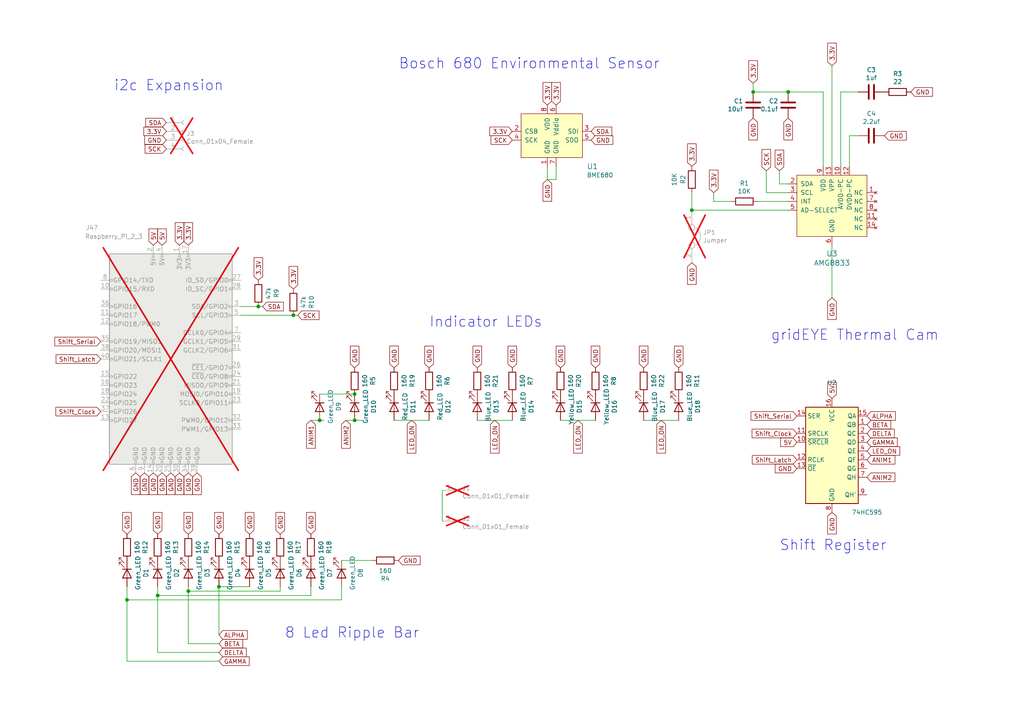
<source format=kicad_sch>
(kicad_sch (version 20231120) (generator "eeschema") (generator_version "8.0")
  (paper "A4")
  (title_block (title "TR-109 Picorder - Sensor Board PCB") (date "2021-06-25") (rev "3") (company "Skurf Research and Development"))
  (lib_symbols
    (symbol "74xx:74HC595"
      (property "Reference" "U" (at -7.62 13.97 0))
      (property "Value" "74HC595" (at -7.62 -16.51 0))
      (symbol "74HC595_1_0"
        (pin tri_state line (at 10.16 7.62 180) (length 2.54) (name "QB") (number "1"))
        (pin input line (at -10.16 2.54 0) (length 2.54) (name "~{SRCLR}") (number "10"))
        (pin input line (at -10.16 5.08 0) (length 2.54) (name "SRCLK") (number "11"))
        (pin input line (at -10.16 -2.54 0) (length 2.54) (name "RCLK") (number "12"))
        (pin input line (at -10.16 -5.08 0) (length 2.54) (name "~{OE}") (number "13"))
        (pin input line (at -10.16 10.16 0) (length 2.54) (name "SER") (number "14"))
        (pin tri_state line (at 10.16 10.16 180) (length 2.54) (name "QA") (number "15"))
        (pin power_in line (at 0 15.24 270) (length 2.54) (name "VCC") (number "16"))
        (pin tri_state line (at 10.16 5.08 180) (length 2.54) (name "QC") (number "2"))
        (pin tri_state line (at 10.16 2.54 180) (length 2.54) (name "QD") (number "3"))
        (pin tri_state line (at 10.16 0 180) (length 2.54) (name "QE") (number "4"))
        (pin tri_state line (at 10.16 -2.54 180) (length 2.54) (name "QF") (number "5"))
        (pin tri_state line (at 10.16 -5.08 180) (length 2.54) (name "QG") (number "6"))
        (pin tri_state line (at 10.16 -7.62 180) (length 2.54) (name "QH") (number "7"))
        (pin power_in line (at 0 -17.78 90) (length 2.54) (name "GND") (number "8"))
        (pin output line (at 10.16 -12.7 180) (length 2.54) (name "QH'") (number "9"))
      )
      (symbol "74HC595_1_1"
        (rectangle (start -7.62 12.7) (end 7.62 -15.24) (stroke (width 0.254)) (fill (type background)))
      )
    )
    (symbol "Connector:Raspberry_Pi_2_3" (pin_names (offset 1.016))
      (property "Reference" "J" (at -17.78 31.75 0))
      (property "Value" "Raspberry_Pi_2_3" (at 10.16 -31.75 0))
      (symbol "Raspberry_Pi_2_3_0_1"
        (rectangle (start -17.78 30.48) (end 17.78 -30.48) (stroke (width 0.254)) (fill (type background)))
      )
      (symbol "Raspberry_Pi_2_3_1_1"
        (rectangle (start -16.891 -17.526) (end -17.78 -18.034))
        (rectangle (start -16.891 -14.986) (end -17.78 -15.494))
        (rectangle (start -16.891 -12.446) (end -17.78 -12.954))
        (rectangle (start -16.891 -9.906) (end -17.78 -10.414))
        (rectangle (start -16.891 -7.366) (end -17.78 -7.874))
        (rectangle (start -16.891 -4.826) (end -17.78 -5.334))
        (rectangle (start -16.891 0.254) (end -17.78 -0.254))
        (rectangle (start -16.891 2.794) (end -17.78 2.286))
        (rectangle (start -16.891 5.334) (end -17.78 4.826))
        (rectangle (start -16.891 10.414) (end -17.78 9.906))
        (rectangle (start -16.891 12.954) (end -17.78 12.446))
        (rectangle (start -16.891 15.494) (end -17.78 14.986))
        (rectangle (start -16.891 20.574) (end -17.78 20.066))
        (rectangle (start -16.891 23.114) (end -17.78 22.606))
        (rectangle (start -10.414 -29.591) (end -9.906 -30.48))
        (rectangle (start -7.874 -29.591) (end -7.366 -30.48))
        (rectangle (start -5.334 -29.591) (end -4.826 -30.48))
        (rectangle (start -5.334 30.48) (end -4.826 29.591))
        (rectangle (start -2.794 -29.591) (end -2.286 -30.48))
        (rectangle (start -2.794 30.48) (end -2.286 29.591))
        (rectangle (start -0.254 -29.591) (end 0.254 -30.48))
        (rectangle (start 2.286 -29.591) (end 2.794 -30.48))
        (rectangle (start 2.286 30.48) (end 2.794 29.591))
        (rectangle (start 4.826 -29.591) (end 5.334 -30.48))
        (rectangle (start 4.826 30.48) (end 5.334 29.591))
        (rectangle (start 7.366 -29.591) (end 7.874 -30.48))
        (rectangle (start 17.78 -20.066) (end 16.891 -20.574))
        (rectangle (start 17.78 -17.526) (end 16.891 -18.034))
        (rectangle (start 17.78 -12.446) (end 16.891 -12.954))
        (rectangle (start 17.78 -9.906) (end 16.891 -10.414))
        (rectangle (start 17.78 -7.366) (end 16.891 -7.874))
        (rectangle (start 17.78 -4.826) (end 16.891 -5.334))
        (rectangle (start 17.78 -2.286) (end 16.891 -2.794))
        (rectangle (start 17.78 2.794) (end 16.891 2.286))
        (rectangle (start 17.78 5.334) (end 16.891 4.826))
        (rectangle (start 17.78 7.874) (end 16.891 7.366))
        (rectangle (start 17.78 12.954) (end 16.891 12.446))
        (rectangle (start 17.78 15.494) (end 16.891 14.986))
        (rectangle (start 17.78 20.574) (end 16.891 20.066))
        (rectangle (start 17.78 23.114) (end 16.891 22.606))
        (pin power_in line (at 2.54 33.02 270) (length 2.54) (name "3V3") (number "1"))
        (pin bidirectional line (at -20.32 20.32 0) (length 2.54) (name "GPIO15/RXD") (number "10"))
        (pin bidirectional line (at -20.32 12.7 0) (length 2.54) (name "GPIO17") (number "11"))
        (pin bidirectional line (at -20.32 10.16 0) (length 2.54) (name "GPIO18/PWM0") (number "12"))
        (pin bidirectional line (at -20.32 -17.78 0) (length 2.54) (name "GPIO27") (number "13"))
        (pin power_in line (at -5.08 -33.02 90) (length 2.54) (name "GND") (number "14"))
        (pin bidirectional line (at -20.32 -5.08 0) (length 2.54) (name "GPIO22") (number "15"))
        (pin bidirectional line (at -20.32 -7.62 0) (length 2.54) (name "GPIO23") (number "16"))
        (pin power_in line (at 5.08 33.02 270) (length 2.54) (name "3V3") (number "17"))
        (pin bidirectional line (at -20.32 -10.16 0) (length 2.54) (name "GPIO24") (number "18"))
        (pin bidirectional line (at 20.32 -10.16 180) (length 2.54) (name "MOSI0/GPIO10") (number "19"))
        (pin power_in line (at -5.08 33.02 270) (length 2.54) (name "5V") (number "2"))
        (pin power_in line (at -2.54 -33.02 90) (length 2.54) (name "GND") (number "20"))
        (pin bidirectional line (at 20.32 -7.62 180) (length 2.54) (name "MISO0/GPIO9") (number "21"))
        (pin bidirectional line (at -20.32 -12.7 0) (length 2.54) (name "GPIO25") (number "22"))
        (pin bidirectional line (at 20.32 -12.7 180) (length 2.54) (name "SCLK0/GPIO11") (number "23"))
        (pin bidirectional line (at 20.32 -5.08 180) (length 2.54) (name "~{CE0}/GPIO8") (number "24"))
        (pin power_in line (at 0 -33.02 90) (length 2.54) (name "GND") (number "25"))
        (pin bidirectional line (at 20.32 -2.54 180) (length 2.54) (name "~{CE1}/GPIO7") (number "26"))
        (pin bidirectional line (at 20.32 22.86 180) (length 2.54) (name "ID_SD/GPIO0") (number "27"))
        (pin bidirectional line (at 20.32 20.32 180) (length 2.54) (name "ID_SC/GPIO1") (number "28"))
        (pin bidirectional line (at 20.32 5.08 180) (length 2.54) (name "GCLK1/GPIO5") (number "29"))
        (pin bidirectional line (at 20.32 15.24 180) (length 2.54) (name "SDA/GPIO2") (number "3"))
        (pin power_in line (at 2.54 -33.02 90) (length 2.54) (name "GND") (number "30"))
        (pin bidirectional line (at 20.32 2.54 180) (length 2.54) (name "GCLK2/GPIO6") (number "31"))
        (pin bidirectional line (at 20.32 -17.78 180) (length 2.54) (name "PWM0/GPIO12") (number "32"))
        (pin bidirectional line (at 20.32 -20.32 180) (length 2.54) (name "PWM1/GPIO13") (number "33"))
        (pin power_in line (at 5.08 -33.02 90) (length 2.54) (name "GND") (number "34"))
        (pin bidirectional line (at -20.32 5.08 0) (length 2.54) (name "GPIO19/MISO1") (number "35"))
        (pin bidirectional line (at -20.32 15.24 0) (length 2.54) (name "GPIO16") (number "36"))
        (pin bidirectional line (at -20.32 -15.24 0) (length 2.54) (name "GPIO26") (number "37"))
        (pin bidirectional line (at -20.32 2.54 0) (length 2.54) (name "GPIO20/MOSI1") (number "38"))
        (pin power_in line (at 7.62 -33.02 90) (length 2.54) (name "GND") (number "39"))
        (pin power_in line (at -2.54 33.02 270) (length 2.54) (name "5V") (number "4"))
        (pin bidirectional line (at -20.32 0 0) (length 2.54) (name "GPIO21/SCLK1") (number "40"))
        (pin bidirectional line (at 20.32 12.7 180) (length 2.54) (name "SCL/GPIO3") (number "5"))
        (pin power_in line (at -10.16 -33.02 90) (length 2.54) (name "GND") (number "6"))
        (pin bidirectional line (at 20.32 7.62 180) (length 2.54) (name "GCLK0/GPIO4") (number "7"))
        (pin bidirectional line (at -20.32 22.86 0) (length 2.54) (name "GPIO14/TXD") (number "8"))
        (pin power_in line (at -7.62 -33.02 90) (length 2.54) (name "GND") (number "9"))
      )
    )
    (symbol "Device:C" (pin_numbers hide) (pin_names (offset 0.254))
      (property "Reference" "C" (at 0.635 2.54 0))
      (property "Value" "C" (at 0.635 -2.54 0))
      (symbol "C_0_1"
        (polyline (pts (xy -2.032 -0.762) (xy 2.032 -0.762)) (stroke (width 0.508)))
        (polyline (pts (xy -2.032 0.762) (xy 2.032 0.762)) (stroke (width 0.508)))
      )
      (symbol "C_1_1"
        (pin passive line (at 0 3.81 270) (length 2.794) (name "~") (number "1"))
        (pin passive line (at 0 -3.81 90) (length 2.794) (name "~") (number "2"))
      )
    )
    (symbol "Device:LED" (pin_numbers hide) (pin_names (offset 1.016) hide)
      (property "Reference" "D" (at 0 2.54 0))
      (property "Value" "LED" (at 0 -2.54 0))
      (symbol "LED_0_1"
        (polyline (pts (xy -1.27 -1.27) (xy -1.27 1.27)) (stroke (width 0.254)))
        (polyline (pts (xy -1.27 0) (xy 1.27 0)))
        (polyline (pts (xy 1.27 -1.27) (xy 1.27 1.27) (xy -1.27 0) (xy 1.27 -1.27)) (stroke (width 0.254)))
        (polyline (pts (xy -3.048 -0.762) (xy -4.572 -2.286) (xy -3.81 -2.286) (xy -4.572 -2.286) (xy -4.572 -1.524)))
        (polyline (pts (xy -1.778 -0.762) (xy -3.302 -2.286) (xy -2.54 -2.286) (xy -3.302 -2.286) (xy -3.302 -1.524)))
      )
      (symbol "LED_1_1"
        (pin passive line (at -3.81 0 0) (length 2.54) (name "K") (number "1"))
        (pin passive line (at 3.81 0 180) (length 2.54) (name "A") (number "2"))
      )
    )
    (symbol "Device:R" (pin_numbers hide) (pin_names (offset 0))
      (property "Reference" "R" (at 2.032 0 90))
      (property "Value" "R" (at 0 0 90))
      (symbol "R_0_1"
        (rectangle (start -1.016 -2.54) (end 1.016 2.54) (stroke (width 0.254)))
      )
      (symbol "R_1_1"
        (pin passive line (at 0 3.81 270) (length 1.27) (name "~") (number "1"))
        (pin passive line (at 0 -3.81 90) (length 1.27) (name "~") (number "2"))
      )
    )
    (symbol "tr109-sensorboard-rescue:AMG8833-dk_Temperature-Sensors-Analog-and-Digital-Output-Sensor-Pallette-rescue-oshpark-2layer-rescue" (pin_names (offset 1.016))
      (property "Reference" "U" (at -7.62 17.78 0))
      (property "Value" "AMG8833-dk_Temperature-Sensors-Analog-and-Digital-Output-Sensor-Pallette-rescue-oshpark-2layer-rescue" (at 2.54 -5.08 0))
      (symbol "AMG8833-dk_Temperature-Sensors-Analog-and-Digital-Output-Sensor-Pallette-rescue-oshpark-2layer-rescue_0_1"
        (rectangle (start 10.16 15.24) (end -10.16 -2.54) (fill (type background)))
      )
      (symbol "AMG8833-dk_Temperature-Sensors-Analog-and-Digital-Output-Sensor-Pallette-rescue-oshpark-2layer-rescue_1_1"
        (pin no_connect line (at 12.7 10.16 180) (length 2.54) (name "NC") (number "1"))
        (pin power_in line (at 2.54 17.78 270) (length 2.54) (name "AVDD-PC") (number "10"))
        (pin no_connect line (at 12.7 2.54 180) (length 2.54) (name "NC") (number "11"))
        (pin power_in line (at 5.08 17.78 270) (length 2.54) (name "DVDD-PC") (number "12"))
        (pin power_in line (at 0 17.78 270) (length 2.54) (name "VPP") (number "13"))
        (pin no_connect line (at 12.7 0 180) (length 2.54) (name "NC") (number "14"))
        (pin bidirectional line (at -12.7 12.7 0) (length 2.54) (name "SDA") (number "2"))
        (pin bidirectional line (at -12.7 10.16 0) (length 2.54) (name "SCL") (number "3"))
        (pin bidirectional line (at -12.7 7.62 0) (length 2.54) (name "INT") (number "4"))
        (pin input line (at -12.7 5.08 0) (length 2.54) (name "AD-SELECT") (number "5"))
        (pin power_in line (at 0 -5.08 90) (length 2.54) (name "GND") (number "6"))
        (pin no_connect line (at 12.7 7.62 180) (length 2.54) (name "NC") (number "7"))
        (pin no_connect line (at 12.7 5.08 180) (length 2.54) (name "NC") (number "8"))
        (pin power_in line (at -2.54 17.78 270) (length 2.54) (name "VDD") (number "9"))
      )
    )
    (symbol "tr109-sensorboard-rescue:BME680-dk_Specialized-Sensors-Sensor-Pallette-rescue-oshpark-2layer-rescue" (pin_names (offset 1.016))
      (property "Reference" "U" (at -7.62 8.89 0))
      (property "Value" "BME680-dk_Specialized-Sensors-Sensor-Pallette-rescue-oshpark-2layer-rescue" (at 3.81 -6.35 0))
      (symbol "BME680-dk_Specialized-Sensors-Sensor-Pallette-rescue-oshpark-2layer-rescue_0_1"
        (rectangle (start -7.62 7.62) (end 10.16 -5.08) (fill (type background)))
      )
      (symbol "BME680-dk_Specialized-Sensors-Sensor-Pallette-rescue-oshpark-2layer-rescue_1_1"
        (pin power_in line (at 0 -7.62 90) (length 2.54) (name "GND") (number "1"))
        (pin input line (at -10.16 2.54 0) (length 2.54) (name "CSB") (number "2"))
        (pin bidirectional line (at 12.7 2.54 180) (length 2.54) (name "SDI") (number "3"))
        (pin input line (at -10.16 0 0) (length 2.54) (name "SCK") (number "4"))
        (pin bidirectional line (at 12.7 0 180) (length 2.54) (name "SDO") (number "5"))
        (pin power_in line (at 2.54 10.16 270) (length 2.54) (name "Vddio") (number "6"))
        (pin power_in line (at 2.54 -7.62 90) (length 2.54) (name "GND") (number "7"))
        (pin power_in line (at 0 10.16 270) (length 2.54) (name "VDD") (number "8"))
      )
    )
    (symbol "tr109-sensorboard-rescue:Conn_01x01_Female-Connector" (pin_names (offset 1.016) hide)
      (property "Reference" "J" (at 0 2.54 0))
      (property "Value" "Connector_Conn_01x01_Female" (at 0 -2.54 0))
      (symbol "Conn_01x01_Female-Connector_1_1"
        (polyline (pts (xy -1.27 0) (xy -0.508 0)) (stroke (width 0.1524)))
        (arc (start 0 0.508) (mid -0.5058 0) (end 0 -0.508) (stroke (width 0.1524)))
        (pin passive line (at -5.08 0 0) (length 3.81) (name "Pin_1") (number "1"))
      )
    )
    (symbol "tr109-sensorboard-rescue:Conn_01x04_Female-Connector" (pin_names (offset 1.016) hide)
      (property "Reference" "J" (at 0 5.08 0))
      (property "Value" "Connector_Conn_01x04_Female" (at 0 -7.62 0))
      (symbol "Conn_01x04_Female-Connector_1_1"
        (arc (start 0 -4.572) (mid -0.5058 -5.08) (end 0 -5.588) (stroke (width 0.1524)))
        (arc (start 0 -2.032) (mid -0.5058 -2.54) (end 0 -3.048) (stroke (width 0.1524)))
        (polyline (pts (xy -1.27 -5.08) (xy -0.508 -5.08)) (stroke (width 0.1524)))
        (polyline (pts (xy -1.27 -2.54) (xy -0.508 -2.54)) (stroke (width 0.1524)))
        (polyline (pts (xy -1.27 0) (xy -0.508 0)) (stroke (width 0.1524)))
        (polyline (pts (xy -1.27 2.54) (xy -0.508 2.54)) (stroke (width 0.1524)))
        (arc (start 0 0.508) (mid -0.5058 0) (end 0 -0.508) (stroke (width 0.1524)))
        (arc (start 0 3.048) (mid -0.5058 2.54) (end 0 2.032) (stroke (width 0.1524)))
        (pin passive line (at -5.08 2.54 0) (length 3.81) (name "Pin_1") (number "1"))
        (pin passive line (at -5.08 0 0) (length 3.81) (name "Pin_2") (number "2"))
        (pin passive line (at -5.08 -2.54 0) (length 3.81) (name "Pin_3") (number "3"))
        (pin passive line (at -5.08 -5.08 0) (length 3.81) (name "Pin_4") (number "4"))
      )
    )
    (symbol "tr109-sensorboard-rescue:Jumper-Device" (pin_names (offset 0.762) hide)
      (property "Reference" "JP" (at 0 3.81 0))
      (property "Value" "Device_Jumper" (at 0 -2.032 0))
      (symbol "Jumper-Device_0_1"
        (circle (center -2.54 0) (radius 0.889))
        (arc (start 2.5146 1.27) (mid 0.0078 2.5097) (end -2.4892 1.27))
        (circle (center 2.54 0) (radius 0.889))
        (pin passive line (at -7.62 0 0) (length 4.191) (name "1") (number "1"))
        (pin passive line (at 7.62 0 180) (length 4.191) (name "2") (number "2"))
      )
    )
  )
  (junction (at 92.71 121.92))
  (junction (at 85.09 91.44))
  (junction (at 200.66 60.96))
  (junction (at 102.87 121.92))
  (junction (at 45.72 172.72))
  (junction (at 102.87 114.3))
  (junction (at 228.6 26.67))
  (junction (at 63.5 170.18))
  (junction (at 218.44 26.67))
  (junction (at 36.83 173.99))
  (junction (at 54.61 171.45))
  (junction (at 74.93 88.9))
  (wire (pts (xy 241.3 86.36) (xy 241.3 71.12)))
  (wire (pts (xy 85.09 91.44) (xy 86.36 91.44)))
  (wire (pts (xy 63.5 191.77) (xy 36.83 191.77)))
  (wire (pts (xy 92.71 121.92) (xy 93.98 121.92)))
  (wire (pts (xy 99.06 162.56) (xy 107.95 162.56)))
  (wire (pts (xy 105.41 121.92) (xy 102.87 121.92)))
  (wire (pts (xy 228.6 58.42) (xy 219.71 58.42)))
  (wire (pts (xy 36.83 191.77) (xy 36.83 173.99)))
  (wire (pts (xy 45.72 172.72) (xy 90.17 172.72)))
  (wire (pts (xy 222.25 55.88) (xy 222.25 49.53)))
  (wire (pts (xy 226.06 49.53) (xy 226.06 53.34)))
  (wire (pts (xy 162.56 121.92) (xy 172.72 121.92)))
  (wire (pts (xy 218.44 26.67) (xy 218.44 24.13)))
  (wire (pts (xy 200.66 55.88) (xy 200.66 60.96)))
  (wire (pts (xy 161.29 48.26) (xy 161.29 52.07)))
  (wire (pts (xy 114.3 121.92) (xy 124.46 121.92)))
  (wire (pts (xy 218.44 26.67) (xy 228.6 26.67)))
  (wire (pts (xy 45.72 189.23) (xy 45.72 172.72)))
  (wire (pts (xy 81.28 171.45) (xy 54.61 171.45)))
  (wire (pts (xy 241.3 19.05) (xy 241.3 48.26)))
  (wire (pts (xy 207.01 58.42) (xy 207.01 55.88)))
  (wire (pts (xy 246.38 39.37) (xy 248.92 39.37)))
  (wire (pts (xy 186.69 121.92) (xy 196.85 121.92)))
  (wire (pts (xy 54.61 186.69) (xy 54.61 171.45)))
  (wire (pts (xy 90.17 121.92) (xy 92.71 121.92)))
  (wire (pts (xy 74.93 88.9) (xy 69.85 88.9)))
  (wire (pts (xy 138.43 121.92) (xy 148.59 121.92)))
  (wire (pts (xy 246.38 48.26) (xy 246.38 39.37)))
  (wire (pts (xy 99.06 170.18) (xy 99.06 173.99)))
  (wire (pts (xy 243.84 26.67) (xy 243.84 48.26)))
  (wire (pts (xy 238.76 26.67) (xy 238.76 48.26)))
  (wire (pts (xy 99.06 173.99) (xy 36.83 173.99)))
  (wire (pts (xy 212.09 58.42) (xy 207.01 58.42)))
  (wire (pts (xy 161.29 52.07) (xy 158.75 52.07)))
  (wire (pts (xy 226.06 53.34) (xy 228.6 53.34)))
  (wire (pts (xy 102.87 114.3) (xy 92.71 114.3)))
  (wire (pts (xy 36.83 173.99) (xy 36.83 170.18)))
  (wire (pts (xy 228.6 60.96) (xy 200.66 60.96)))
  (wire (pts (xy 63.5 189.23) (xy 45.72 189.23)))
  (wire (pts (xy 45.72 170.18) (xy 45.72 172.72)))
  (wire (pts (xy 228.6 55.88) (xy 222.25 55.88)))
  (wire (pts (xy 54.61 171.45) (xy 54.61 170.18)))
  (wire (pts (xy 228.6 26.67) (xy 238.76 26.67)))
  (wire (pts (xy 63.5 186.69) (xy 54.61 186.69)))
  (wire (pts (xy 128.27 142.24) (xy 128.27 151.13)))
  (wire (pts (xy 63.5 184.15) (xy 63.5 170.18)))
  (wire (pts (xy 100.33 121.92) (xy 102.87 121.92)))
  (wire (pts (xy 69.85 91.44) (xy 85.09 91.44)))
  (wire (pts (xy 158.75 48.26) (xy 158.75 52.07)))
  (wire (pts (xy 248.92 26.67) (xy 243.84 26.67)))
  (wire (pts (xy 76.2 88.9) (xy 74.93 88.9)))
  (wire (pts (xy 81.28 170.18) (xy 81.28 171.45)))
  (wire (pts (xy 90.17 172.72) (xy 90.17 170.18)))
  (wire (pts (xy 63.5 170.18) (xy 72.39 170.18)))
  (text "Indicator LEDs" (at 124.46 95.25 0) (effects (font (size 2.9972 2.9972)) (justify left bottom)))
  (text "i2c Expansion" (at 33.02 26.67 0) (effects (font (size 2.9972 2.9972)) (justify left bottom)))
  (text "gridEYE Thermal Cam" (at 223.52 99.06 0) (effects (font (size 2.9972 2.9972)) (justify left bottom)))
  (text "Shift Register" (at 226.06 160.02 0) (effects (font (size 2.9972 2.9972)) (justify left bottom)))
  (text "8 Led Ripple Bar" (at 82.55 185.42 0) (effects (font (size 2.9972 2.9972)) (justify left bottom)))
  (text "Bosch 680 Environmental Sensor\n" (at 115.57 20.32 0) (effects (font (size 2.9972 2.9972)) (justify left bottom)))
  (global_label "GND" (shape input) (at 256.54 39.37 0) (property "Intersheetrefs" "${INTERSHEET_REFS}" (effects (hide yes))))
  (global_label "GND" (shape input) (at 44.45 137.16 270) (property "Intersheetrefs" "${INTERSHEET_REFS}" (effects (hide yes))))
  (global_label "GND" (shape input) (at 264.16 26.67 0) (property "Intersheetrefs" "${INTERSHEET_REFS}" (effects (hide yes))))
  (global_label "SDA" (shape input) (at 171.45 38.1 0) (property "Intersheetrefs" "${INTERSHEET_REFS}" (effects (hide yes))))
  (global_label "GND" (shape input) (at 228.6 34.29 270) (property "Intersheetrefs" "${INTERSHEET_REFS}" (effects (hide yes))))
  (global_label "Shift_Clock" (shape input) (at 231.14 125.73 180) (property "Intersheetrefs" "${INTERSHEET_REFS}" (effects (hide yes))))
  (global_label "GND" (shape input) (at 231.14 135.89 180) (property "Intersheetrefs" "${INTERSHEET_REFS}" (effects (hide yes))))
  (global_label "GND" (shape input) (at 102.87 106.68 90) (property "Intersheetrefs" "${INTERSHEET_REFS}" (effects (hide yes))))
  (global_label "GND" (shape input) (at 52.07 137.16 270) (property "Intersheetrefs" "${INTERSHEET_REFS}" (effects (hide yes))))
  (global_label "3.3V" (shape input) (at 48.26 38.1 180) (property "Intersheetrefs" "${INTERSHEET_REFS}" (effects (hide yes))))
  (global_label "GAMMA" (shape input) (at 63.5 191.77 0) (property "Intersheetrefs" "${INTERSHEET_REFS}" (effects (hide yes))))
  (global_label "GND" (shape input) (at 218.44 34.29 270) (property "Intersheetrefs" "${INTERSHEET_REFS}" (effects (hide yes))))
  (global_label "3.3V" (shape input) (at 200.66 48.26 90) (property "Intersheetrefs" "${INTERSHEET_REFS}" (effects (hide yes))))
  (global_label "BETA" (shape input) (at 251.46 123.19 0) (property "Intersheetrefs" "${INTERSHEET_REFS}" (effects (hide yes))))
  (global_label "GAMMA" (shape input) (at 251.46 128.27 0) (property "Intersheetrefs" "${INTERSHEET_REFS}" (effects (hide yes))))
  (global_label "SCK" (shape input) (at 222.25 49.53 90) (property "Intersheetrefs" "${INTERSHEET_REFS}" (effects (hide yes))))
  (global_label "DELTA" (shape input) (at 63.5 189.23 0) (property "Intersheetrefs" "${INTERSHEET_REFS}" (effects (hide yes))))
  (global_label "SDA" (shape input) (at 48.26 35.56 180) (property "Intersheetrefs" "${INTERSHEET_REFS}" (effects (hide yes))))
  (global_label "5V" (shape input) (at 231.14 128.27 180) (property "Intersheetrefs" "${INTERSHEET_REFS}" (effects (hide yes))))
  (global_label "LED_ON" (shape input) (at 251.46 130.81 0) (property "Intersheetrefs" "${INTERSHEET_REFS}" (effects (hide yes))))
  (global_label "LED_ON" (shape input) (at 167.64 121.92 270) (property "Intersheetrefs" "${INTERSHEET_REFS}" (effects (hide yes))))
  (global_label "GND" (shape input) (at 241.3 148.59 270) (property "Intersheetrefs" "${INTERSHEET_REFS}" (effects (hide yes))))
  (global_label "SDA" (shape input) (at 226.06 49.53 90) (property "Intersheetrefs" "${INTERSHEET_REFS}" (effects (hide yes))))
  (global_label "3.3V" (shape input) (at 161.29 30.48 90) (property "Intersheetrefs" "${INTERSHEET_REFS}" (effects (hide yes))))
  (global_label "GND" (shape input) (at 158.75 52.07 270) (property "Intersheetrefs" "${INTERSHEET_REFS}" (effects (hide yes))))
  (global_label "LED_ON" (shape input) (at 143.51 121.92 270) (property "Intersheetrefs" "${INTERSHEET_REFS}" (effects (hide yes))))
  (global_label "5V" (shape input) (at 46.99 71.12 90) (property "Intersheetrefs" "${INTERSHEET_REFS}" (effects (hide yes))))
  (global_label "3.3V" (shape input) (at 241.3 19.05 90) (property "Intersheetrefs" "${INTERSHEET_REFS}" (effects (hide yes))))
  (global_label "BETA" (shape input) (at 63.5 186.69 0) (property "Intersheetrefs" "${INTERSHEET_REFS}" (effects (hide yes))))
  (global_label "GND" (shape input) (at 49.53 137.16 270) (property "Intersheetrefs" "${INTERSHEET_REFS}" (effects (hide yes))))
  (global_label "DELTA" (shape input) (at 251.46 125.73 0) (property "Intersheetrefs" "${INTERSHEET_REFS}" (effects (hide yes))))
  (global_label "GND" (shape input) (at 63.5 154.94 90) (property "Intersheetrefs" "${INTERSHEET_REFS}" (effects (hide yes))))
  (global_label "GND" (shape input) (at 115.57 162.56 0) (property "Intersheetrefs" "${INTERSHEET_REFS}" (effects (hide yes))))
  (global_label "ANIM1" (shape input) (at 90.17 121.92 270) (property "Intersheetrefs" "${INTERSHEET_REFS}" (effects (hide yes))))
  (global_label "GND" (shape input) (at 172.72 106.68 90) (property "Intersheetrefs" "${INTERSHEET_REFS}" (effects (hide yes))))
  (global_label "ANIM1" (shape input) (at 251.46 133.35 0) (property "Intersheetrefs" "${INTERSHEET_REFS}" (effects (hide yes))))
  (global_label "SCK" (shape input) (at 86.36 91.44 0) (property "Intersheetrefs" "${INTERSHEET_REFS}" (effects (hide yes))))
  (global_label "GND" (shape input) (at 57.15 137.16 270) (property "Intersheetrefs" "${INTERSHEET_REFS}" (effects (hide yes))))
  (global_label "SCK" (shape input) (at 148.59 40.64 180) (property "Intersheetrefs" "${INTERSHEET_REFS}" (effects (hide yes))))
  (global_label "GND" (shape input) (at 72.39 154.94 90) (property "Intersheetrefs" "${INTERSHEET_REFS}" (effects (hide yes))))
  (global_label "GND" (shape input) (at 162.56 106.68 90) (property "Intersheetrefs" "${INTERSHEET_REFS}" (effects (hide yes))))
  (global_label "GND" (shape input) (at 186.69 106.68 90) (property "Intersheetrefs" "${INTERSHEET_REFS}" (effects (hide yes))))
  (global_label "GND" (shape input) (at 148.59 106.68 90) (property "Intersheetrefs" "${INTERSHEET_REFS}" (effects (hide yes))))
  (global_label "GND" (shape input) (at 48.26 40.64 180) (property "Intersheetrefs" "${INTERSHEET_REFS}" (effects (hide yes))))
  (global_label "GND" (shape input) (at 54.61 137.16 270) (property "Intersheetrefs" "${INTERSHEET_REFS}" (effects (hide yes))))
  (global_label "GND" (shape input) (at 81.28 154.94 90) (property "Intersheetrefs" "${INTERSHEET_REFS}" (effects (hide yes))))
  (global_label "5V" (shape input) (at 44.45 71.12 90) (property "Intersheetrefs" "${INTERSHEET_REFS}" (effects (hide yes))))
  (global_label "GND" (shape input) (at 54.61 154.94 90) (property "Intersheetrefs" "${INTERSHEET_REFS}" (effects (hide yes))))
  (global_label "3.3V" (shape input) (at 218.44 24.13 90) (property "Intersheetrefs" "${INTERSHEET_REFS}" (effects (hide yes))))
  (global_label "Shift_Clock" (shape input) (at 29.21 119.38 180) (property "Intersheetrefs" "${INTERSHEET_REFS}" (effects (hide yes))))
  (global_label "ANIM2" (shape input) (at 251.46 138.43 0) (property "Intersheetrefs" "${INTERSHEET_REFS}" (effects (hide yes))))
  (global_label "3.3V" (shape input) (at 158.75 30.48 90) (property "Intersheetrefs" "${INTERSHEET_REFS}" (effects (hide yes))))
  (global_label "3.3V" (shape input) (at 148.59 38.1 180) (property "Intersheetrefs" "${INTERSHEET_REFS}" (effects (hide yes))))
  (global_label "GND" (shape input) (at 124.46 106.68 90) (property "Intersheetrefs" "${INTERSHEET_REFS}" (effects (hide yes))))
  (global_label "GND" (shape input) (at 41.91 137.16 270) (property "Intersheetrefs" "${INTERSHEET_REFS}" (effects (hide yes))))
  (global_label "GND" (shape input) (at 241.3 86.36 270) (property "Intersheetrefs" "${INTERSHEET_REFS}" (effects (hide yes))))
  (global_label "GND" (shape input) (at 196.85 106.68 90) (property "Intersheetrefs" "${INTERSHEET_REFS}" (effects (hide yes))))
  (global_label "5V" (shape input) (at 241.3 115.57 90) (property "Intersheetrefs" "${INTERSHEET_REFS}" (effects (hide yes))))
  (global_label "Shift_Serial" (shape input) (at 29.21 99.06 180) (property "Intersheetrefs" "${INTERSHEET_REFS}" (effects (hide yes))))
  (global_label "GND" (shape input) (at 36.83 154.94 90) (property "Intersheetrefs" "${INTERSHEET_REFS}" (effects (hide yes))))
  (global_label "LED_ON" (shape input) (at 119.38 121.92 270) (property "Intersheetrefs" "${INTERSHEET_REFS}" (effects (hide yes))))
  (global_label "Shift_Latch" (shape input) (at 231.14 133.35 180) (property "Intersheetrefs" "${INTERSHEET_REFS}" (effects (hide yes))))
  (global_label "GND" (shape input) (at 39.37 137.16 270) (property "Intersheetrefs" "${INTERSHEET_REFS}" (effects (hide yes))))
  (global_label "3.3V" (shape input) (at 54.61 71.12 90) (property "Intersheetrefs" "${INTERSHEET_REFS}" (effects (hide yes))))
  (global_label "3.3V" (shape input) (at 74.93 81.28 90) (property "Intersheetrefs" "${INTERSHEET_REFS}" (effects (hide yes))))
  (global_label "GND" (shape input) (at 45.72 154.94 90) (property "Intersheetrefs" "${INTERSHEET_REFS}" (effects (hide yes))))
  (global_label "ANIM2" (shape input) (at 100.33 121.92 270) (property "Intersheetrefs" "${INTERSHEET_REFS}" (effects (hide yes))))
  (global_label "GND" (shape input) (at 46.99 137.16 270) (property "Intersheetrefs" "${INTERSHEET_REFS}" (effects (hide yes))))
  (global_label "GND" (shape input) (at 171.45 40.64 0) (property "Intersheetrefs" "${INTERSHEET_REFS}" (effects (hide yes))))
  (global_label "GND" (shape input) (at 90.17 154.94 90) (property "Intersheetrefs" "${INTERSHEET_REFS}" (effects (hide yes))))
  (global_label "LED_ON" (shape input) (at 191.77 121.92 270) (property "Intersheetrefs" "${INTERSHEET_REFS}" (effects (hide yes))))
  (global_label "3.3V" (shape input) (at 207.01 55.88 90) (property "Intersheetrefs" "${INTERSHEET_REFS}" (effects (hide yes))))
  (global_label "GND" (shape input) (at 114.3 106.68 90) (property "Intersheetrefs" "${INTERSHEET_REFS}" (effects (hide yes))))
  (global_label "GND" (shape input) (at 138.43 106.68 90) (property "Intersheetrefs" "${INTERSHEET_REFS}" (effects (hide yes))))
  (global_label "SDA" (shape input) (at 76.2 88.9 0) (property "Intersheetrefs" "${INTERSHEET_REFS}" (effects (hide yes))))
  (global_label "Shift_Serial" (shape input) (at 231.14 120.65 180) (property "Intersheetrefs" "${INTERSHEET_REFS}" (effects (hide yes))))
  (global_label "3.3V" (shape input) (at 52.07 71.12 90) (property "Intersheetrefs" "${INTERSHEET_REFS}" (effects (hide yes))))
  (global_label "GND" (shape input) (at 200.66 76.2 270) (property "Intersheetrefs" "${INTERSHEET_REFS}" (effects (hide yes))))
  (global_label "SCK" (shape input) (at 48.26 43.18 180) (property "Intersheetrefs" "${INTERSHEET_REFS}" (effects (hide yes))))
  (global_label "3.3V" (shape input) (at 85.09 83.82 90) (property "Intersheetrefs" "${INTERSHEET_REFS}" (effects (hide yes))))
  (global_label "ALPHA" (shape input) (at 63.5 184.15 0) (property "Intersheetrefs" "${INTERSHEET_REFS}" (effects (hide yes))))
  (global_label "ALPHA" (shape input) (at 251.46 120.65 0) (property "Intersheetrefs" "${INTERSHEET_REFS}" (effects (hide yes))))
  (global_label "Shift_Latch" (shape input) (at 29.21 104.14 180) (property "Intersheetrefs" "${INTERSHEET_REFS}" (effects (hide yes))))
  (symbol (lib_id "tr109-sensorboard-rescue:AMG8833-dk_Temperature-Sensors-Analog-and-Digital-Output-Sensor-Pallette-rescue-oshpark-2layer-rescue") (at 241.3 66.04 0) (unit 1)
    (property "Reference" "U3" (at 241.3 73.5838 0) (effects (font (size 1.524 1.524))))
    (property "Value" "AMG8833" (at 241.3 76.2762 0) (effects (font (size 1.524 1.524))))
    (property "Footprint" "digikey-footprints:SMD-14_Grideye" (effects (hide yes)))
    (property "Datasheet" "https://media.digikey.com/pdf/Data%20Sheets/Panasonic%20Sensors%20PDFs/Grid-EYE_AMG88.pdf" (effects (hide yes)))
    (property "Description" "SENSOR DGTL 14SMD MODULE" (effects (hide yes)))
    (property "Digi-Key_PN" "P19002CT-ND" (effects (hide yes)))
    (property "MPN" "AMG8833" (effects (hide yes)))
    (property "Category" "Sensors, Transducers" (effects (hide yes)))
    (property "Family" "Temperature Sensors - Analog and Digital Output" (effects (hide yes)))
    (property "DK_Datasheet_Link" "https://media.digikey.com/pdf/Data%20Sheets/Panasonic%20Sensors%20PDFs/Grid-EYE_AMG88.pdf" (effects (hide yes)))
    (property "DK_Detail_Page" "/product-detail/en/panasonic-electronic-components/AMG8833/P19002CT-ND/5825306" (effects (hide yes)))
    (property "Manufacturer" "Panasonic Electronic Components" (effects (hide yes)))
    (property "Status" "Active" (effects (hide yes)))
  )
  (symbol (lib_id "Device:R") (at 215.9 58.42 270) (unit 1)
    (property "Reference" "R1" (at 215.9 53.1622 90))
    (property "Value" "10K" (at 215.9 55.4736 90))
    (property "Footprint" "Resistor_SMD:R_0805_2012Metric_Pad1.15x1.40mm_HandSolder" (effects (hide yes)))
  )
  (symbol (lib_id "Device:R") (at 200.66 52.07 180) (unit 1)
    (property "Reference" "R2" (at 198.12 52.07 90))
    (property "Value" "10K" (at 195.58 52.07 90))
    (property "Footprint" "Resistor_SMD:R_0805_2012Metric_Pad1.15x1.40mm_HandSolder" (effects (hide yes)))
  )
  (symbol (lib_id "Device:C") (at 228.6 30.48 0) (mirror x) (unit 1)
    (property "Reference" "C2" (at 225.7044 29.3116 0) (effects (justify right)))
    (property "Value" "0.1uf" (at 225.7044 31.623 0) (effects (justify right)))
    (property "Footprint" "Capacitor_SMD:C_0805_2012Metric" (effects (hide yes)))
  )
  (symbol (lib_id "Device:C") (at 218.44 30.48 0) (mirror x) (unit 1)
    (property "Reference" "C1" (at 215.5444 29.3116 0) (effects (justify right)))
    (property "Value" "10uf" (at 215.5444 31.623 0) (effects (justify right)))
    (property "Footprint" "Capacitor_SMD:C_0805_2012Metric" (effects (hide yes)))
  )
  (symbol (lib_id "Device:C") (at 252.73 39.37 90) (mirror x) (unit 1)
    (property "Reference" "C4" (at 252.73 32.9692 90))
    (property "Value" "2.2uf" (at 252.73 35.2806 90))
    (property "Footprint" "Capacitor_SMD:C_0805_2012Metric" (effects (hide yes)))
  )
  (symbol (lib_id "Device:C") (at 252.73 26.67 90) (mirror x) (unit 1)
    (property "Reference" "C3" (at 252.73 20.2692 90))
    (property "Value" "1uf" (at 252.73 22.5806 90))
    (property "Footprint" "Capacitor_SMD:C_0805_2012Metric" (effects (hide yes)))
  )
  (symbol (lib_id "Device:R") (at 260.35 26.67 270) (unit 1)
    (property "Reference" "R3" (at 260.35 21.4122 90))
    (property "Value" "22" (at 260.35 23.7236 90))
    (property "Footprint" "Resistor_SMD:R_0805_2012Metric_Pad1.15x1.40mm_HandSolder" (effects (hide yes)))
  )
  (symbol (lib_id "tr109-sensorboard-rescue:Jumper-Device") (at 200.66 68.58 270) (unit 1) (in_bom no) (dnp yes)
    (property "Reference" "JP1" (at 203.8858 67.4116 90) (effects (justify left)))
    (property "Value" "Jumper" (at 203.8858 69.723 90) (effects (justify left)))
    (property "Footprint" "Jumper:SolderJumper-2_P1.3mm_Open_Pad1.0x1.5mm" (effects (hide yes)))
  )
  (symbol (lib_id "tr109-sensorboard-rescue:BME680-dk_Specialized-Sensors-Sensor-Pallette-rescue-oshpark-2layer-rescue") (at 158.75 40.64 0) (unit 1)
    (property "Reference" "U1" (at 170.18 48.26 0) (effects (font (size 1.524 1.524)) (justify left)))
    (property "Value" "BME680" (at 170.18 50.8 0) (effects (justify left)))
    (property "Footprint" "digikey-footprints:BME680" (effects (hide yes)))
    (property "Datasheet" "https://ae-bst.resource.bosch.com/media/_tech/media/datasheets/BST-BME680-DS001.pdf" (effects (hide yes)))
    (property "Description" "SENSOR RH PRESSURE TEMP VOC" (effects (hide yes)))
    (property "Digi-Key_PN" "828-1077-1-ND" (effects (hide yes)))
    (property "MPN" "BME680" (effects (hide yes)))
    (property "Category" "Sensors, Transducers" (effects (hide yes)))
    (property "Family" "Specialized Sensors" (effects (hide yes)))
    (property "DK_Datasheet_Link" "https://ae-bst.resource.bosch.com/media/_tech/media/datasheets/BST-BME680-DS001.pdf" (effects (hide yes)))
    (property "DK_Detail_Page" "/product-detail/en/bosch-sensortec/BME680/828-1077-1-ND/7401321" (effects (hide yes)))
    (property "Manufacturer" "Bosch Sensortec" (effects (hide yes)))
    (property "Status" "Active" (effects (hide yes)))
  )
  (symbol (lib_id "Device:LED") (at 54.61 166.37 270) (unit 1)
    (property "Reference" "D3" (at 60.0964 166.1922 0))
    (property "Value" "Green_LED" (at 57.785 166.1922 0))
    (property "Footprint" "LED_SMD:LED_1206_3216Metric_Pad1.42x1.75mm_HandSolder" (effects (hide yes)))
  )
  (symbol (lib_id "Device:LED") (at 63.5 166.37 270) (unit 1)
    (property "Reference" "D4" (at 68.9864 166.1922 0))
    (property "Value" "Green_LED" (at 66.675 166.1922 0))
    (property "Footprint" "LED_SMD:LED_1206_3216Metric_Pad1.42x1.75mm_HandSolder" (effects (hide yes)))
  )
  (symbol (lib_id "Device:LED") (at 72.39 166.37 270) (unit 1)
    (property "Reference" "D5" (at 77.8764 166.1922 0))
    (property "Value" "Green_LED" (at 75.565 166.1922 0))
    (property "Footprint" "LED_SMD:LED_1206_3216Metric_Pad1.42x1.75mm_HandSolder" (effects (hide yes)))
  )
  (symbol (lib_id "Device:LED") (at 81.28 166.37 270) (unit 1)
    (property "Reference" "D6" (at 86.7664 166.1922 0))
    (property "Value" "Green_LED" (at 84.455 166.1922 0))
    (property "Footprint" "LED_SMD:LED_1206_3216Metric_Pad1.42x1.75mm_HandSolder" (effects (hide yes)))
  )
  (symbol (lib_id "Device:LED") (at 45.72 166.37 270) (unit 1)
    (property "Reference" "D2" (at 51.2064 166.1922 0))
    (property "Value" "Green_LED" (at 48.895 166.1922 0))
    (property "Footprint" "LED_SMD:LED_1206_3216Metric_Pad1.42x1.75mm_HandSolder" (effects (hide yes)))
  )
  (symbol (lib_id "Device:LED") (at 36.83 166.37 270) (unit 1)
    (property "Reference" "D1" (at 42.3164 166.1922 0))
    (property "Value" "Green_LED" (at 40.005 166.1922 0))
    (property "Footprint" "LED_SMD:LED_1206_3216Metric_Pad1.42x1.75mm_HandSolder" (effects (hide yes)))
  )
  (symbol (lib_id "Device:LED") (at 90.17 166.37 270) (unit 1)
    (property "Reference" "D7" (at 95.6564 166.1922 0))
    (property "Value" "Green_LED" (at 93.345 166.1922 0))
    (property "Footprint" "LED_SMD:LED_1206_3216Metric_Pad1.42x1.75mm_HandSolder" (effects (hide yes)))
  )
  (symbol (lib_id "Device:LED") (at 99.06 166.37 270) (unit 1)
    (property "Reference" "D8" (at 104.5464 166.1922 0))
    (property "Value" "Green_LED" (at 102.235 166.1922 0))
    (property "Footprint" "LED_SMD:LED_1206_3216Metric_Pad1.42x1.75mm_HandSolder" (effects (hide yes)))
  )
  (symbol (lib_id "Device:LED") (at 114.3 118.11 270) (unit 1)
    (property "Reference" "D11" (at 119.7864 117.9322 0))
    (property "Value" "Red_LED" (at 117.475 117.9322 0))
    (property "Footprint" "LED_SMD:LED_1206_3216Metric_Pad1.42x1.75mm_HandSolder" (effects (hide yes)))
  )
  (symbol (lib_id "Device:LED") (at 124.46 118.11 270) (unit 1)
    (property "Reference" "D12" (at 129.9464 117.9322 0))
    (property "Value" "Red_LED" (at 127.635 117.9322 0))
    (property "Footprint" "LED_SMD:LED_1206_3216Metric_Pad1.42x1.75mm_HandSolder" (effects (hide yes)))
  )
  (symbol (lib_id "Device:LED") (at 102.87 118.11 270) (unit 1)
    (property "Reference" "D10" (at 108.3564 117.9322 0))
    (property "Value" "Green_LED" (at 106.045 117.9322 0))
    (property "Footprint" "LED_SMD:LED_1206_3216Metric_Pad1.42x1.75mm_HandSolder" (effects (hide yes)))
    (property "Colour" "Green" (effects (hide yes)))
  )
  (symbol (lib_id "Device:LED") (at 92.71 118.11 270) (unit 1)
    (property "Reference" "D9" (at 98.1964 117.9322 0))
    (property "Value" "Green_LED" (at 95.885 117.9322 0))
    (property "Footprint" "LED_SMD:LED_1206_3216Metric_Pad1.42x1.75mm_HandSolder" (effects (hide yes)))
    (property "Colour" "Green" (effects (hide yes)))
  )
  (symbol (lib_id "Device:R") (at 111.76 162.56 90) (unit 1)
    (property "Reference" "R4" (at 111.76 167.8178 90))
    (property "Value" "160" (at 111.76 165.5064 90))
    (property "Footprint" "Resistor_SMD:R_0805_2012Metric_Pad1.15x1.40mm_HandSolder" (effects (hide yes)))
  )
  (symbol (lib_id "Device:R") (at 102.87 110.49 180) (unit 1)
    (property "Reference" "R5" (at 108.1278 110.49 90))
    (property "Value" "160" (at 105.8164 110.49 90))
    (property "Footprint" "Resistor_SMD:R_0805_2012Metric_Pad1.15x1.40mm_HandSolder" (effects (hide yes)))
  )
  (symbol (lib_id "Device:R") (at 124.46 110.49 180) (unit 1)
    (property "Reference" "R6" (at 129.7178 110.49 90))
    (property "Value" "160" (at 127.4064 110.49 90))
    (property "Footprint" "Resistor_SMD:R_0805_2012Metric_Pad1.15x1.40mm_HandSolder" (effects (hide yes)))
  )
  (symbol (lib_id "Connector:Raspberry_Pi_2_3") (at 49.53 104.14 0) (unit 1) (in_bom no) (dnp yes)
    (property "Reference" "J47" (at 26.67 66.04 0))
    (property "Value" "Raspberry_Pi_2_3" (at 33.02 68.58 0))
    (property "Footprint" "Connector_PinHeader_2.54mm:PinHeader_2x20_P2.54mm_Vertical" (effects (hide yes)))
    (property "Datasheet" "https://www.raspberrypi.org/documentation/hardware/raspberrypi/schematics/rpi_SCH_3bplus_1p0_reduced.pdf" (effects (hide yes)))
  )
  (symbol (lib_id "Device:R") (at 148.59 110.49 180) (unit 1)
    (property "Reference" "R7" (at 153.8478 110.49 90))
    (property "Value" "160" (at 151.5364 110.49 90))
    (property "Footprint" "Resistor_SMD:R_0805_2012Metric_Pad1.15x1.40mm_HandSolder" (effects (hide yes)))
  )
  (symbol (lib_id "Device:LED") (at 148.59 118.11 270) (unit 1)
    (property "Reference" "D14" (at 154.0764 117.9322 0))
    (property "Value" "Blue_LED" (at 151.765 117.9322 0))
    (property "Footprint" "LED_SMD:LED_1206_3216Metric_Pad1.42x1.75mm_HandSolder" (effects (hide yes)))
  )
  (symbol (lib_id "Device:LED") (at 138.43 118.11 270) (unit 1)
    (property "Reference" "D13" (at 143.9164 117.9322 0))
    (property "Value" "Blue_LED" (at 141.605 117.9322 0))
    (property "Footprint" "LED_SMD:LED_1206_3216Metric_Pad1.42x1.75mm_HandSolder" (effects (hide yes)))
  )
  (symbol (lib_id "74xx:74HC595") (at 241.3 130.81 0) (unit 1)
    (property "Reference" "U2" (at 241.3 110.9726 0))
    (property "Value" "74HC595" (at 251.46 148.59 0))
    (property "Footprint" "Package_SO:SOIC-16_3.9x9.9mm_P1.27mm" (effects (hide yes)))
    (property "Datasheet" "http://www.ti.com/lit/ds/symlink/sn74hc595.pdf" (effects (hide yes)))
  )
  (symbol (lib_id "Device:R") (at 172.72 110.49 180) (unit 1)
    (property "Reference" "R8" (at 177.9778 110.49 90))
    (property "Value" "160" (at 175.6664 110.49 90))
    (property "Footprint" "Resistor_SMD:R_0805_2012Metric_Pad1.15x1.40mm_HandSolder" (effects (hide yes)))
  )
  (symbol (lib_id "Device:LED") (at 172.72 118.11 270) (unit 1)
    (property "Reference" "D16" (at 178.2064 117.9322 0))
    (property "Value" "Yellow_LED" (at 175.895 117.9322 0))
    (property "Footprint" "LED_SMD:LED_1206_3216Metric_Pad1.42x1.75mm_HandSolder" (effects (hide yes)))
  )
  (symbol (lib_id "Device:LED") (at 162.56 118.11 270) (unit 1)
    (property "Reference" "D15" (at 168.0464 117.9322 0))
    (property "Value" "Yellow_LED" (at 165.735 117.9322 0))
    (property "Footprint" "LED_SMD:LED_1206_3216Metric_Pad1.42x1.75mm_HandSolder" (effects (hide yes)))
  )
  (symbol (lib_id "Device:R") (at 74.93 85.09 180) (unit 1)
    (property "Reference" "R9" (at 80.1878 85.09 90))
    (property "Value" "47k" (at 77.8764 85.09 90))
    (property "Footprint" "Resistor_SMD:R_0805_2012Metric_Pad1.15x1.40mm_HandSolder" (effects (hide yes)))
  )
  (symbol (lib_id "Device:R") (at 85.09 87.63 180) (unit 1)
    (property "Reference" "R10" (at 90.3478 87.63 90))
    (property "Value" "47k" (at 88.0364 87.63 90))
    (property "Footprint" "Resistor_SMD:R_0805_2012Metric_Pad1.15x1.40mm_HandSolder" (effects (hide yes)))
  )
  (symbol (lib_id "Device:LED") (at 196.85 118.11 270) (unit 1)
    (property "Reference" "D18" (at 202.3364 117.9322 0))
    (property "Value" "Blue_LED" (at 200.025 117.9322 0))
    (property "Footprint" "LED_SMD:LED_1206_3216Metric_Pad1.42x1.75mm_HandSolder" (effects (hide yes)))
  )
  (symbol (lib_id "Device:LED") (at 186.69 118.11 270) (unit 1)
    (property "Reference" "D17" (at 192.1764 117.9322 0))
    (property "Value" "Blue_LED" (at 189.865 117.9322 0))
    (property "Footprint" "LED_SMD:LED_1206_3216Metric_Pad1.42x1.75mm_HandSolder" (effects (hide yes)))
  )
  (symbol (lib_id "Device:R") (at 196.85 110.49 180) (unit 1)
    (property "Reference" "R11" (at 202.1078 110.49 90))
    (property "Value" "160" (at 199.7964 110.49 90))
    (property "Footprint" "Resistor_SMD:R_0805_2012Metric_Pad1.15x1.40mm_HandSolder" (effects (hide yes)))
  )
  (symbol (lib_id "tr109-sensorboard-rescue:Conn_01x01_Female-Connector") (at 133.35 151.13 0) (unit 1) (in_bom no) (dnp yes)
    (property "Reference" "J2" (at 134.0612 150.4696 0) (effects (justify left)))
    (property "Value" "Conn_01x01_Female" (at 134.0612 152.781 0) (effects (justify left)))
    (property "Footprint" "TestPoint:TestPoint_Pad_1.0x1.0mm" (effects (hide yes)))
  )
  (symbol (lib_id "tr109-sensorboard-rescue:Conn_01x01_Female-Connector") (at 133.35 142.24 0) (unit 1) (in_bom no) (dnp yes)
    (property "Reference" "J1" (at 134.0612 141.5796 0) (effects (justify left)))
    (property "Value" "Conn_01x01_Female" (at 134.0612 143.891 0) (effects (justify left)))
    (property "Footprint" "TestPoint:TestPoint_Pad_1.0x1.0mm" (effects (hide yes)))
  )
  (symbol (lib_id "Device:R") (at 114.3 110.49 180) (unit 1)
    (property "Reference" "R19" (at 119.5578 110.49 90))
    (property "Value" "160" (at 117.2464 110.49 90))
    (property "Footprint" "Resistor_SMD:R_0805_2012Metric_Pad1.15x1.40mm_HandSolder" (effects (hide yes)))
  )
  (symbol (lib_id "Device:R") (at 162.56 110.49 180) (unit 1)
    (property "Reference" "R20" (at 167.8178 110.49 90))
    (property "Value" "160" (at 165.5064 110.49 90))
    (property "Footprint" "Resistor_SMD:R_0805_2012Metric_Pad1.15x1.40mm_HandSolder" (effects (hide yes)))
  )
  (symbol (lib_id "Device:R") (at 90.17 158.75 180) (unit 1)
    (property "Reference" "R18" (at 95.4278 158.75 90))
    (property "Value" "160" (at 93.1164 158.75 90))
    (property "Footprint" "Resistor_SMD:R_0805_2012Metric_Pad1.15x1.40mm_HandSolder" (effects (hide yes)))
  )
  (symbol (lib_id "Device:R") (at 81.28 158.75 180) (unit 1)
    (property "Reference" "R17" (at 86.5378 158.75 90))
    (property "Value" "160" (at 84.2264 158.75 90))
    (property "Footprint" "Resistor_SMD:R_0805_2012Metric_Pad1.15x1.40mm_HandSolder" (effects (hide yes)))
  )
  (symbol (lib_id "Device:R") (at 72.39 158.75 180) (unit 1)
    (property "Reference" "R16" (at 77.6478 158.75 90))
    (property "Value" "160" (at 75.3364 158.75 90))
    (property "Footprint" "Resistor_SMD:R_0805_2012Metric_Pad1.15x1.40mm_HandSolder" (effects (hide yes)))
  )
  (symbol (lib_id "Device:R") (at 63.5 158.75 180) (unit 1)
    (property "Reference" "R15" (at 68.7578 158.75 90))
    (property "Value" "160" (at 66.4464 158.75 90))
    (property "Footprint" "Resistor_SMD:R_0805_2012Metric_Pad1.15x1.40mm_HandSolder" (effects (hide yes)))
  )
  (symbol (lib_id "Device:R") (at 54.61 158.75 180) (unit 1)
    (property "Reference" "R14" (at 59.8678 158.75 90))
    (property "Value" "160" (at 57.5564 158.75 90))
    (property "Footprint" "Resistor_SMD:R_0805_2012Metric_Pad1.15x1.40mm_HandSolder" (effects (hide yes)))
  )
  (symbol (lib_id "Device:R") (at 45.72 158.75 180) (unit 1)
    (property "Reference" "R13" (at 50.9778 158.75 90))
    (property "Value" "160" (at 48.6664 158.75 90))
    (property "Footprint" "Resistor_SMD:R_0805_2012Metric_Pad1.15x1.40mm_HandSolder" (effects (hide yes)))
  )
  (symbol (lib_id "Device:R") (at 36.83 158.75 180) (unit 1)
    (property "Reference" "R12" (at 42.0878 158.75 90))
    (property "Value" "160" (at 39.7764 158.75 90))
    (property "Footprint" "Resistor_SMD:R_0805_2012Metric_Pad1.15x1.40mm_HandSolder" (effects (hide yes)))
  )
  (symbol (lib_id "Device:R") (at 186.69 110.49 180) (unit 1)
    (property "Reference" "R22" (at 191.9478 110.49 90))
    (property "Value" "160" (at 189.6364 110.49 90))
    (property "Footprint" "Resistor_SMD:R_0805_2012Metric_Pad1.15x1.40mm_HandSolder" (effects (hide yes)))
  )
  (symbol (lib_id "Device:R") (at 138.43 110.49 180) (unit 1)
    (property "Reference" "R21" (at 143.6878 110.49 90))
    (property "Value" "160" (at 141.3764 110.49 90))
    (property "Footprint" "Resistor_SMD:R_0805_2012Metric_Pad1.15x1.40mm_HandSolder" (effects (hide yes)))
  )
  (symbol (lib_id "tr109-sensorboard-rescue:Conn_01x04_Female-Connector") (at 53.34 38.1 0) (unit 1) (in_bom no) (dnp yes)
    (property "Reference" "J3" (at 54.0512 38.7096 0) (effects (justify left)))
    (property "Value" "Conn_01x04_Female" (at 54.0512 41.021 0) (effects (justify left)))
    (property "Footprint" "Connector_PinHeader_2.54mm:PinHeader_1x04_P2.54mm_Vertical" (effects (hide yes)))
  )
)
</source>
